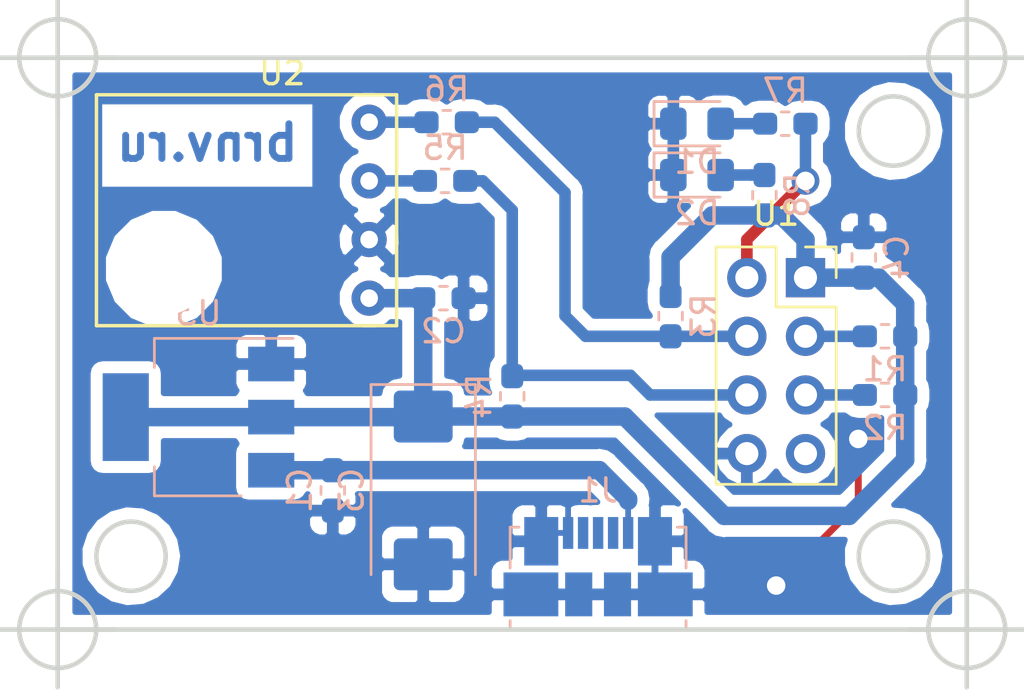
<source format=kicad_pcb>
(kicad_pcb (version 20171130) (host pcbnew "(5.0.1-3-g963ef8bb5)")

  (general
    (thickness 1.6)
    (drawings 13)
    (tracks 62)
    (zones 0)
    (modules 18)
    (nets 17)
  )

  (page A4)
  (layers
    (0 F.Cu signal)
    (31 B.Cu signal)
    (32 B.Adhes user)
    (33 F.Adhes user)
    (34 B.Paste user)
    (35 F.Paste user)
    (36 B.SilkS user)
    (37 F.SilkS user)
    (38 B.Mask user)
    (39 F.Mask user)
    (40 Dwgs.User user)
    (41 Cmts.User user)
    (42 Eco1.User user)
    (43 Eco2.User user)
    (44 Edge.Cuts user)
    (45 Margin user)
    (46 B.CrtYd user)
    (47 F.CrtYd user)
    (48 B.Fab user)
    (49 F.Fab user)
  )

  (setup
    (last_trace_width 0.3)
    (user_trace_width 0.25)
    (trace_clearance 0.3)
    (zone_clearance 0.508)
    (zone_45_only no)
    (trace_min 0.2)
    (segment_width 0.2)
    (edge_width 0.2)
    (via_size 0.8)
    (via_drill 0.4)
    (via_min_size 0.4)
    (via_min_drill 0.3)
    (uvia_size 0.3)
    (uvia_drill 0.1)
    (uvias_allowed no)
    (uvia_min_size 0.2)
    (uvia_min_drill 0.1)
    (pcb_text_width 0.3)
    (pcb_text_size 1.5 1.5)
    (mod_edge_width 0.15)
    (mod_text_size 1 1)
    (mod_text_width 0.15)
    (pad_size 1.475 2.1)
    (pad_drill 0)
    (pad_to_mask_clearance 0.051)
    (solder_mask_min_width 0.25)
    (aux_axis_origin 149.225 102.235)
    (visible_elements FFFFFF7F)
    (pcbplotparams
      (layerselection 0x00000_fffffffe)
      (usegerberextensions false)
      (usegerberattributes false)
      (usegerberadvancedattributes false)
      (creategerberjobfile false)
      (excludeedgelayer false)
      (linewidth 0.100000)
      (plotframeref false)
      (viasonmask true)
      (mode 1)
      (useauxorigin false)
      (hpglpennumber 1)
      (hpglpenspeed 20)
      (hpglpendiameter 15.000000)
      (psnegative true)
      (psa4output false)
      (plotreference true)
      (plotvalue true)
      (plotinvisibletext false)
      (padsonsilk false)
      (subtractmaskfromsilk false)
      (outputformat 4)
      (mirror false)
      (drillshape 1)
      (scaleselection 1)
      (outputdirectory "plot/"))
  )

  (net 0 "")
  (net 1 VCC)
  (net 2 GND)
  (net 3 "Net-(U1-Pad7)")
  (net 4 "Net-(R5-Pad2)")
  (net 5 "Net-(R6-Pad2)")
  (net 6 "Net-(C1-Pad1)")
  (net 7 "Net-(J1-Pad2)")
  (net 8 "Net-(J1-Pad3)")
  (net 9 "Net-(J1-Pad4)")
  (net 10 "Net-(R1-Pad1)")
  (net 11 "Net-(R3-Pad1)")
  (net 12 "Net-(R2-Pad1)")
  (net 13 "Net-(R4-Pad1)")
  (net 14 "Net-(R7-Pad1)")
  (net 15 "Net-(D1-Pad2)")
  (net 16 "Net-(D2-Pad2)")

  (net_class Default "This is the default net class."
    (clearance 0.3)
    (trace_width 0.3)
    (via_dia 0.8)
    (via_drill 0.4)
    (uvia_dia 0.3)
    (uvia_drill 0.1)
    (add_net GND)
  )

  (net_class Signal ""
    (clearance 0.4)
    (trace_width 0.5)
    (via_dia 1.2)
    (via_drill 0.8)
    (uvia_dia 0.3)
    (uvia_drill 0.1)
    (add_net "Net-(D1-Pad2)")
    (add_net "Net-(D2-Pad2)")
    (add_net "Net-(J1-Pad2)")
    (add_net "Net-(J1-Pad3)")
    (add_net "Net-(J1-Pad4)")
    (add_net "Net-(R1-Pad1)")
    (add_net "Net-(R2-Pad1)")
    (add_net "Net-(R3-Pad1)")
    (add_net "Net-(R4-Pad1)")
    (add_net "Net-(R5-Pad2)")
    (add_net "Net-(R6-Pad2)")
    (add_net "Net-(R7-Pad1)")
    (add_net "Net-(U1-Pad7)")
  )

  (net_class VCC ""
    (clearance 0.3)
    (trace_width 0.8)
    (via_dia 0.8)
    (via_drill 0.4)
    (uvia_dia 0.3)
    (uvia_drill 0.1)
    (add_net "Net-(C1-Pad1)")
    (add_net VCC)
  )

  (module Capacitor_SMD:C_0603_1608Metric_Pad1.05x0.95mm_HandSolder (layer B.Cu) (tedit 5B301BBE) (tstamp 5C50D1BF)
    (at 184.13424 86.12 90)
    (descr "Capacitor SMD 0603 (1608 Metric), square (rectangular) end terminal, IPC_7351 nominal with elongated pad for handsoldering. (Body size source: http://www.tortai-tech.com/upload/download/2011102023233369053.pdf), generated with kicad-footprint-generator")
    (tags "capacitor handsolder")
    (path /5C4D3184)
    (attr smd)
    (fp_text reference C4 (at 0 1.43 90) (layer B.SilkS)
      (effects (font (size 1 1) (thickness 0.15)) (justify mirror))
    )
    (fp_text value 0.1u (at 0 -1.43 90) (layer B.Fab)
      (effects (font (size 1 1) (thickness 0.15)) (justify mirror))
    )
    (fp_line (start -0.8 -0.4) (end -0.8 0.4) (layer B.Fab) (width 0.1))
    (fp_line (start -0.8 0.4) (end 0.8 0.4) (layer B.Fab) (width 0.1))
    (fp_line (start 0.8 0.4) (end 0.8 -0.4) (layer B.Fab) (width 0.1))
    (fp_line (start 0.8 -0.4) (end -0.8 -0.4) (layer B.Fab) (width 0.1))
    (fp_line (start -0.171267 0.51) (end 0.171267 0.51) (layer B.SilkS) (width 0.12))
    (fp_line (start -0.171267 -0.51) (end 0.171267 -0.51) (layer B.SilkS) (width 0.12))
    (fp_line (start -1.65 -0.73) (end -1.65 0.73) (layer B.CrtYd) (width 0.05))
    (fp_line (start -1.65 0.73) (end 1.65 0.73) (layer B.CrtYd) (width 0.05))
    (fp_line (start 1.65 0.73) (end 1.65 -0.73) (layer B.CrtYd) (width 0.05))
    (fp_line (start 1.65 -0.73) (end -1.65 -0.73) (layer B.CrtYd) (width 0.05))
    (fp_text user %R (at 0 0 90) (layer B.Fab)
      (effects (font (size 0.4 0.4) (thickness 0.06)) (justify mirror))
    )
    (pad 1 smd roundrect (at -0.875 0 90) (size 1.05 0.95) (layers B.Cu B.Paste B.Mask) (roundrect_rratio 0.25)
      (net 1 VCC))
    (pad 2 smd roundrect (at 0.875 0 90) (size 1.05 0.95) (layers B.Cu B.Paste B.Mask) (roundrect_rratio 0.25)
      (net 2 GND))
    (model ${KISYS3DMOD}/Capacitor_SMD.3dshapes/C_0603_1608Metric.wrl
      (at (xyz 0 0 0))
      (scale (xyz 1 1 1))
      (rotate (xyz 0 0 0))
    )
  )

  (module Capacitor_SMD:C_0603_1608Metric_Pad1.05x0.95mm_HandSolder (layer B.Cu) (tedit 5B301BBE) (tstamp 5C50D04B)
    (at 165.92928 87.884)
    (descr "Capacitor SMD 0603 (1608 Metric), square (rectangular) end terminal, IPC_7351 nominal with elongated pad for handsoldering. (Body size source: http://www.tortai-tech.com/upload/download/2011102023233369053.pdf), generated with kicad-footprint-generator")
    (tags "capacitor handsolder")
    (path /5C4D2A15)
    (attr smd)
    (fp_text reference C2 (at 0 1.43) (layer B.SilkS)
      (effects (font (size 1 1) (thickness 0.15)) (justify mirror))
    )
    (fp_text value 0.1u (at 0 -1.43) (layer B.Fab)
      (effects (font (size 1 1) (thickness 0.15)) (justify mirror))
    )
    (fp_text user %R (at 0 0) (layer B.Fab)
      (effects (font (size 0.4 0.4) (thickness 0.06)) (justify mirror))
    )
    (fp_line (start 1.65 -0.73) (end -1.65 -0.73) (layer B.CrtYd) (width 0.05))
    (fp_line (start 1.65 0.73) (end 1.65 -0.73) (layer B.CrtYd) (width 0.05))
    (fp_line (start -1.65 0.73) (end 1.65 0.73) (layer B.CrtYd) (width 0.05))
    (fp_line (start -1.65 -0.73) (end -1.65 0.73) (layer B.CrtYd) (width 0.05))
    (fp_line (start -0.171267 -0.51) (end 0.171267 -0.51) (layer B.SilkS) (width 0.12))
    (fp_line (start -0.171267 0.51) (end 0.171267 0.51) (layer B.SilkS) (width 0.12))
    (fp_line (start 0.8 -0.4) (end -0.8 -0.4) (layer B.Fab) (width 0.1))
    (fp_line (start 0.8 0.4) (end 0.8 -0.4) (layer B.Fab) (width 0.1))
    (fp_line (start -0.8 0.4) (end 0.8 0.4) (layer B.Fab) (width 0.1))
    (fp_line (start -0.8 -0.4) (end -0.8 0.4) (layer B.Fab) (width 0.1))
    (pad 2 smd roundrect (at 0.875 0) (size 1.05 0.95) (layers B.Cu B.Paste B.Mask) (roundrect_rratio 0.25)
      (net 2 GND))
    (pad 1 smd roundrect (at -0.875 0) (size 1.05 0.95) (layers B.Cu B.Paste B.Mask) (roundrect_rratio 0.25)
      (net 1 VCC))
    (model ${KISYS3DMOD}/Capacitor_SMD.3dshapes/C_0603_1608Metric.wrl
      (at (xyz 0 0 0))
      (scale (xyz 1 1 1))
      (rotate (xyz 0 0 0))
    )
  )

  (module Capacitor_SMD:C_0603_1608Metric_Pad1.05x0.95mm_HandSolder (layer B.Cu) (tedit 5B301BBE) (tstamp 5C513695)
    (at 161.1376 96.21012 270)
    (descr "Capacitor SMD 0603 (1608 Metric), square (rectangular) end terminal, IPC_7351 nominal with elongated pad for handsoldering. (Body size source: http://www.tortai-tech.com/upload/download/2011102023233369053.pdf), generated with kicad-footprint-generator")
    (tags "capacitor handsolder")
    (path /5C4C5150)
    (attr smd)
    (fp_text reference C1 (at 0 1.43 270) (layer B.SilkS)
      (effects (font (size 1 1) (thickness 0.15)) (justify mirror))
    )
    (fp_text value 0.1u (at 0 -1.43 270) (layer B.Fab)
      (effects (font (size 1 1) (thickness 0.15)) (justify mirror))
    )
    (fp_line (start -0.8 -0.4) (end -0.8 0.4) (layer B.Fab) (width 0.1))
    (fp_line (start -0.8 0.4) (end 0.8 0.4) (layer B.Fab) (width 0.1))
    (fp_line (start 0.8 0.4) (end 0.8 -0.4) (layer B.Fab) (width 0.1))
    (fp_line (start 0.8 -0.4) (end -0.8 -0.4) (layer B.Fab) (width 0.1))
    (fp_line (start -0.171267 0.51) (end 0.171267 0.51) (layer B.SilkS) (width 0.12))
    (fp_line (start -0.171267 -0.51) (end 0.171267 -0.51) (layer B.SilkS) (width 0.12))
    (fp_line (start -1.65 -0.73) (end -1.65 0.73) (layer B.CrtYd) (width 0.05))
    (fp_line (start -1.65 0.73) (end 1.65 0.73) (layer B.CrtYd) (width 0.05))
    (fp_line (start 1.65 0.73) (end 1.65 -0.73) (layer B.CrtYd) (width 0.05))
    (fp_line (start 1.65 -0.73) (end -1.65 -0.73) (layer B.CrtYd) (width 0.05))
    (fp_text user %R (at 0 0 270) (layer B.Fab)
      (effects (font (size 0.4 0.4) (thickness 0.06)) (justify mirror))
    )
    (pad 1 smd roundrect (at -0.875 0 270) (size 1.05 0.95) (layers B.Cu B.Paste B.Mask) (roundrect_rratio 0.25)
      (net 6 "Net-(C1-Pad1)"))
    (pad 2 smd roundrect (at 0.875 0 270) (size 1.05 0.95) (layers B.Cu B.Paste B.Mask) (roundrect_rratio 0.25)
      (net 2 GND))
    (model ${KISYS3DMOD}/Capacitor_SMD.3dshapes/C_0603_1608Metric.wrl
      (at (xyz 0 0 0))
      (scale (xyz 1 1 1))
      (rotate (xyz 0 0 0))
    )
  )

  (module LED_SMD:LED_0805_2012Metric_Pad1.15x1.40mm_HandSolder (layer B.Cu) (tedit 5B4B45C9) (tstamp 5C50CF8D)
    (at 176.911 82.55)
    (descr "LED SMD 0805 (2012 Metric), square (rectangular) end terminal, IPC_7351 nominal, (Body size source: https://docs.google.com/spreadsheets/d/1BsfQQcO9C6DZCsRaXUlFlo91Tg2WpOkGARC1WS5S8t0/edit?usp=sharing), generated with kicad-footprint-generator")
    (tags "LED handsolder")
    (path /5C50A1DA)
    (attr smd)
    (fp_text reference D2 (at 0 1.65) (layer B.SilkS)
      (effects (font (size 1 1) (thickness 0.15)) (justify mirror))
    )
    (fp_text value LED (at 0 -1.65) (layer B.Fab)
      (effects (font (size 1 1) (thickness 0.15)) (justify mirror))
    )
    (fp_text user %R (at 0 0) (layer B.Fab)
      (effects (font (size 0.5 0.5) (thickness 0.08)) (justify mirror))
    )
    (fp_line (start 1.85 -0.95) (end -1.85 -0.95) (layer B.CrtYd) (width 0.05))
    (fp_line (start 1.85 0.95) (end 1.85 -0.95) (layer B.CrtYd) (width 0.05))
    (fp_line (start -1.85 0.95) (end 1.85 0.95) (layer B.CrtYd) (width 0.05))
    (fp_line (start -1.85 -0.95) (end -1.85 0.95) (layer B.CrtYd) (width 0.05))
    (fp_line (start -1.86 -0.96) (end 1 -0.96) (layer B.SilkS) (width 0.12))
    (fp_line (start -1.86 0.96) (end -1.86 -0.96) (layer B.SilkS) (width 0.12))
    (fp_line (start 1 0.96) (end -1.86 0.96) (layer B.SilkS) (width 0.12))
    (fp_line (start 1 -0.6) (end 1 0.6) (layer B.Fab) (width 0.1))
    (fp_line (start -1 -0.6) (end 1 -0.6) (layer B.Fab) (width 0.1))
    (fp_line (start -1 0.3) (end -1 -0.6) (layer B.Fab) (width 0.1))
    (fp_line (start -0.7 0.6) (end -1 0.3) (layer B.Fab) (width 0.1))
    (fp_line (start 1 0.6) (end -0.7 0.6) (layer B.Fab) (width 0.1))
    (pad 2 smd roundrect (at 1.025 0) (size 1.15 1.4) (layers B.Cu B.Paste B.Mask) (roundrect_rratio 0.217391)
      (net 16 "Net-(D2-Pad2)"))
    (pad 1 smd roundrect (at -1.025 0) (size 1.15 1.4) (layers B.Cu B.Paste B.Mask) (roundrect_rratio 0.217391)
      (net 2 GND))
    (model ${KISYS3DMOD}/LED_SMD.3dshapes/LED_0805_2012Metric.wrl
      (at (xyz 0 0 0))
      (scale (xyz 1 1 1))
      (rotate (xyz 0 0 0))
    )
  )

  (module LED_SMD:LED_0805_2012Metric_Pad1.15x1.40mm_HandSolder (layer B.Cu) (tedit 5B4B45C9) (tstamp 5C50CF7B)
    (at 176.911 80.3275)
    (descr "LED SMD 0805 (2012 Metric), square (rectangular) end terminal, IPC_7351 nominal, (Body size source: https://docs.google.com/spreadsheets/d/1BsfQQcO9C6DZCsRaXUlFlo91Tg2WpOkGARC1WS5S8t0/edit?usp=sharing), generated with kicad-footprint-generator")
    (tags "LED handsolder")
    (path /5C4CCB7D)
    (attr smd)
    (fp_text reference D1 (at 0 1.65) (layer B.SilkS)
      (effects (font (size 1 1) (thickness 0.15)) (justify mirror))
    )
    (fp_text value LED (at 0 -1.65) (layer B.Fab)
      (effects (font (size 1 1) (thickness 0.15)) (justify mirror))
    )
    (fp_line (start 1 0.6) (end -0.7 0.6) (layer B.Fab) (width 0.1))
    (fp_line (start -0.7 0.6) (end -1 0.3) (layer B.Fab) (width 0.1))
    (fp_line (start -1 0.3) (end -1 -0.6) (layer B.Fab) (width 0.1))
    (fp_line (start -1 -0.6) (end 1 -0.6) (layer B.Fab) (width 0.1))
    (fp_line (start 1 -0.6) (end 1 0.6) (layer B.Fab) (width 0.1))
    (fp_line (start 1 0.96) (end -1.86 0.96) (layer B.SilkS) (width 0.12))
    (fp_line (start -1.86 0.96) (end -1.86 -0.96) (layer B.SilkS) (width 0.12))
    (fp_line (start -1.86 -0.96) (end 1 -0.96) (layer B.SilkS) (width 0.12))
    (fp_line (start -1.85 -0.95) (end -1.85 0.95) (layer B.CrtYd) (width 0.05))
    (fp_line (start -1.85 0.95) (end 1.85 0.95) (layer B.CrtYd) (width 0.05))
    (fp_line (start 1.85 0.95) (end 1.85 -0.95) (layer B.CrtYd) (width 0.05))
    (fp_line (start 1.85 -0.95) (end -1.85 -0.95) (layer B.CrtYd) (width 0.05))
    (fp_text user %R (at 0 0) (layer B.Fab)
      (effects (font (size 0.5 0.5) (thickness 0.08)) (justify mirror))
    )
    (pad 1 smd roundrect (at -1.025 0) (size 1.15 1.4) (layers B.Cu B.Paste B.Mask) (roundrect_rratio 0.217391)
      (net 2 GND))
    (pad 2 smd roundrect (at 1.025 0) (size 1.15 1.4) (layers B.Cu B.Paste B.Mask) (roundrect_rratio 0.217391)
      (net 15 "Net-(D1-Pad2)"))
    (model ${KISYS3DMOD}/LED_SMD.3dshapes/LED_0805_2012Metric.wrl
      (at (xyz 0 0 0))
      (scale (xyz 1 1 1))
      (rotate (xyz 0 0 0))
    )
  )

  (module Resistor_SMD:R_0603_1608Metric_Pad1.05x0.95mm_HandSolder (layer B.Cu) (tedit 5B301BBD) (tstamp 5C50B288)
    (at 179.832 83.425 90)
    (descr "Resistor SMD 0603 (1608 Metric), square (rectangular) end terminal, IPC_7351 nominal with elongated pad for handsoldering. (Body size source: http://www.tortai-tech.com/upload/download/2011102023233369053.pdf), generated with kicad-footprint-generator")
    (tags "resistor handsolder")
    (path /5C50AF16)
    (attr smd)
    (fp_text reference R8 (at 0 1.43 90) (layer B.SilkS)
      (effects (font (size 1 1) (thickness 0.15)) (justify mirror))
    )
    (fp_text value 160 (at 0 -1.43 90) (layer B.Fab)
      (effects (font (size 1 1) (thickness 0.15)) (justify mirror))
    )
    (fp_line (start -0.8 -0.4) (end -0.8 0.4) (layer B.Fab) (width 0.1))
    (fp_line (start -0.8 0.4) (end 0.8 0.4) (layer B.Fab) (width 0.1))
    (fp_line (start 0.8 0.4) (end 0.8 -0.4) (layer B.Fab) (width 0.1))
    (fp_line (start 0.8 -0.4) (end -0.8 -0.4) (layer B.Fab) (width 0.1))
    (fp_line (start -0.171267 0.51) (end 0.171267 0.51) (layer B.SilkS) (width 0.12))
    (fp_line (start -0.171267 -0.51) (end 0.171267 -0.51) (layer B.SilkS) (width 0.12))
    (fp_line (start -1.65 -0.73) (end -1.65 0.73) (layer B.CrtYd) (width 0.05))
    (fp_line (start -1.65 0.73) (end 1.65 0.73) (layer B.CrtYd) (width 0.05))
    (fp_line (start 1.65 0.73) (end 1.65 -0.73) (layer B.CrtYd) (width 0.05))
    (fp_line (start 1.65 -0.73) (end -1.65 -0.73) (layer B.CrtYd) (width 0.05))
    (fp_text user %R (at 0 0 90) (layer B.Fab)
      (effects (font (size 0.4 0.4) (thickness 0.06)) (justify mirror))
    )
    (pad 1 smd roundrect (at -0.875 0 90) (size 1.05 0.95) (layers B.Cu B.Paste B.Mask) (roundrect_rratio 0.25)
      (net 1 VCC))
    (pad 2 smd roundrect (at 0.875 0 90) (size 1.05 0.95) (layers B.Cu B.Paste B.Mask) (roundrect_rratio 0.25)
      (net 16 "Net-(D2-Pad2)"))
    (model ${KISYS3DMOD}/Resistor_SMD.3dshapes/R_0603_1608Metric.wrl
      (at (xyz 0 0 0))
      (scale (xyz 1 1 1))
      (rotate (xyz 0 0 0))
    )
  )

  (module sensors:gy-87 (layer F.Cu) (tedit 5C4F3230) (tstamp 5C4C45E0)
    (at 158.9024 84.074 180)
    (path /5C4C08D5)
    (fp_text reference U2 (at -0.04572 5.93598 180) (layer F.SilkS)
      (effects (font (size 1 1) (thickness 0.15)))
    )
    (fp_text value GY-87 (at 0 -6.34492 180) (layer F.Fab)
      (effects (font (size 1 1) (thickness 0.15)))
    )
    (fp_line (start -5 -5) (end 8 -5) (layer F.SilkS) (width 0.15))
    (fp_line (start 8 -5) (end 8 5) (layer F.SilkS) (width 0.15))
    (fp_line (start -5 -5) (end -5 5) (layer F.SilkS) (width 0.15))
    (fp_line (start -5 5) (end 8 5) (layer F.SilkS) (width 0.15))
    (fp_circle (center 5.08 -2.54) (end 5.08 -0.635) (layer F.SilkS) (width 0.15))
    (pad 1 thru_hole circle (at -3.81 -3.81 180) (size 1.524 1.524) (drill 0.762) (layers *.Cu *.Mask)
      (net 1 VCC))
    (pad 2 thru_hole circle (at -3.81 -1.27 180) (size 1.524 1.524) (drill 0.762) (layers *.Cu *.Mask)
      (net 2 GND))
    (pad 3 thru_hole circle (at -3.81 1.27 180) (size 1.524 1.524) (drill 0.762) (layers *.Cu *.Mask)
      (net 4 "Net-(R5-Pad2)"))
    (pad 4 thru_hole circle (at -3.81 3.81 180) (size 1.524 1.524) (drill 0.762) (layers *.Cu *.Mask)
      (net 5 "Net-(R6-Pad2)"))
    (pad "" np_thru_hole circle (at 5.08 -2.54 180) (size 4 4) (drill 4) (layers *.Cu *.Mask))
  )

  (module Resistor_SMD:R_0603_1608Metric_Pad1.05x0.95mm_HandSolder (layer B.Cu) (tedit 5B301BBD) (tstamp 5C50B258)
    (at 180.735 80.3275 180)
    (descr "Resistor SMD 0603 (1608 Metric), square (rectangular) end terminal, IPC_7351 nominal with elongated pad for handsoldering. (Body size source: http://www.tortai-tech.com/upload/download/2011102023233369053.pdf), generated with kicad-footprint-generator")
    (tags "resistor handsolder")
    (path /5C4CC646)
    (attr smd)
    (fp_text reference R7 (at 0 1.43 180) (layer B.SilkS)
      (effects (font (size 1 1) (thickness 0.15)) (justify mirror))
    )
    (fp_text value 160 (at 0 -1.43 180) (layer B.Fab)
      (effects (font (size 1 1) (thickness 0.15)) (justify mirror))
    )
    (fp_line (start -0.8 -0.4) (end -0.8 0.4) (layer B.Fab) (width 0.1))
    (fp_line (start -0.8 0.4) (end 0.8 0.4) (layer B.Fab) (width 0.1))
    (fp_line (start 0.8 0.4) (end 0.8 -0.4) (layer B.Fab) (width 0.1))
    (fp_line (start 0.8 -0.4) (end -0.8 -0.4) (layer B.Fab) (width 0.1))
    (fp_line (start -0.171267 0.51) (end 0.171267 0.51) (layer B.SilkS) (width 0.12))
    (fp_line (start -0.171267 -0.51) (end 0.171267 -0.51) (layer B.SilkS) (width 0.12))
    (fp_line (start -1.65 -0.73) (end -1.65 0.73) (layer B.CrtYd) (width 0.05))
    (fp_line (start -1.65 0.73) (end 1.65 0.73) (layer B.CrtYd) (width 0.05))
    (fp_line (start 1.65 0.73) (end 1.65 -0.73) (layer B.CrtYd) (width 0.05))
    (fp_line (start 1.65 -0.73) (end -1.65 -0.73) (layer B.CrtYd) (width 0.05))
    (fp_text user %R (at 0 0 180) (layer B.Fab)
      (effects (font (size 0.4 0.4) (thickness 0.06)) (justify mirror))
    )
    (pad 1 smd roundrect (at -0.875 0 180) (size 1.05 0.95) (layers B.Cu B.Paste B.Mask) (roundrect_rratio 0.25)
      (net 14 "Net-(R7-Pad1)"))
    (pad 2 smd roundrect (at 0.875 0 180) (size 1.05 0.95) (layers B.Cu B.Paste B.Mask) (roundrect_rratio 0.25)
      (net 15 "Net-(D1-Pad2)"))
    (model ${KISYS3DMOD}/Resistor_SMD.3dshapes/R_0603_1608Metric.wrl
      (at (xyz 0 0 0))
      (scale (xyz 1 1 1))
      (rotate (xyz 0 0 0))
    )
  )

  (module Resistor_SMD:R_0603_1608Metric_Pad1.05x0.95mm_HandSolder (layer B.Cu) (tedit 5B301BBD) (tstamp 5C4F41D9)
    (at 166.07028 80.264 180)
    (descr "Resistor SMD 0603 (1608 Metric), square (rectangular) end terminal, IPC_7351 nominal with elongated pad for handsoldering. (Body size source: http://www.tortai-tech.com/upload/download/2011102023233369053.pdf), generated with kicad-footprint-generator")
    (tags "resistor handsolder")
    (path /5C4C9D71)
    (attr smd)
    (fp_text reference R6 (at 0 1.43 180) (layer B.SilkS)
      (effects (font (size 1 1) (thickness 0.15)) (justify mirror))
    )
    (fp_text value 330 (at 0 -1.43 180) (layer B.Fab)
      (effects (font (size 1 1) (thickness 0.15)) (justify mirror))
    )
    (fp_text user %R (at 0 0 180) (layer B.Fab)
      (effects (font (size 0.4 0.4) (thickness 0.06)) (justify mirror))
    )
    (fp_line (start 1.65 -0.73) (end -1.65 -0.73) (layer B.CrtYd) (width 0.05))
    (fp_line (start 1.65 0.73) (end 1.65 -0.73) (layer B.CrtYd) (width 0.05))
    (fp_line (start -1.65 0.73) (end 1.65 0.73) (layer B.CrtYd) (width 0.05))
    (fp_line (start -1.65 -0.73) (end -1.65 0.73) (layer B.CrtYd) (width 0.05))
    (fp_line (start -0.171267 -0.51) (end 0.171267 -0.51) (layer B.SilkS) (width 0.12))
    (fp_line (start -0.171267 0.51) (end 0.171267 0.51) (layer B.SilkS) (width 0.12))
    (fp_line (start 0.8 -0.4) (end -0.8 -0.4) (layer B.Fab) (width 0.1))
    (fp_line (start 0.8 0.4) (end 0.8 -0.4) (layer B.Fab) (width 0.1))
    (fp_line (start -0.8 0.4) (end 0.8 0.4) (layer B.Fab) (width 0.1))
    (fp_line (start -0.8 -0.4) (end -0.8 0.4) (layer B.Fab) (width 0.1))
    (pad 2 smd roundrect (at 0.875 0 180) (size 1.05 0.95) (layers B.Cu B.Paste B.Mask) (roundrect_rratio 0.25)
      (net 5 "Net-(R6-Pad2)"))
    (pad 1 smd roundrect (at -0.875 0 180) (size 1.05 0.95) (layers B.Cu B.Paste B.Mask) (roundrect_rratio 0.25)
      (net 11 "Net-(R3-Pad1)"))
    (model ${KISYS3DMOD}/Resistor_SMD.3dshapes/R_0603_1608Metric.wrl
      (at (xyz 0 0 0))
      (scale (xyz 1 1 1))
      (rotate (xyz 0 0 0))
    )
  )

  (module Resistor_SMD:R_0603_1608Metric_Pad1.05x0.95mm_HandSolder (layer B.Cu) (tedit 5B301BBD) (tstamp 5C4F41C9)
    (at 166.0017 82.804 180)
    (descr "Resistor SMD 0603 (1608 Metric), square (rectangular) end terminal, IPC_7351 nominal with elongated pad for handsoldering. (Body size source: http://www.tortai-tech.com/upload/download/2011102023233369053.pdf), generated with kicad-footprint-generator")
    (tags "resistor handsolder")
    (path /5C4C9CB7)
    (attr smd)
    (fp_text reference R5 (at 0 1.43 180) (layer B.SilkS)
      (effects (font (size 1 1) (thickness 0.15)) (justify mirror))
    )
    (fp_text value 330 (at 0 -1.43 180) (layer B.Fab)
      (effects (font (size 1 1) (thickness 0.15)) (justify mirror))
    )
    (fp_line (start -0.8 -0.4) (end -0.8 0.4) (layer B.Fab) (width 0.1))
    (fp_line (start -0.8 0.4) (end 0.8 0.4) (layer B.Fab) (width 0.1))
    (fp_line (start 0.8 0.4) (end 0.8 -0.4) (layer B.Fab) (width 0.1))
    (fp_line (start 0.8 -0.4) (end -0.8 -0.4) (layer B.Fab) (width 0.1))
    (fp_line (start -0.171267 0.51) (end 0.171267 0.51) (layer B.SilkS) (width 0.12))
    (fp_line (start -0.171267 -0.51) (end 0.171267 -0.51) (layer B.SilkS) (width 0.12))
    (fp_line (start -1.65 -0.73) (end -1.65 0.73) (layer B.CrtYd) (width 0.05))
    (fp_line (start -1.65 0.73) (end 1.65 0.73) (layer B.CrtYd) (width 0.05))
    (fp_line (start 1.65 0.73) (end 1.65 -0.73) (layer B.CrtYd) (width 0.05))
    (fp_line (start 1.65 -0.73) (end -1.65 -0.73) (layer B.CrtYd) (width 0.05))
    (fp_text user %R (at 0 0 180) (layer B.Fab)
      (effects (font (size 0.4 0.4) (thickness 0.06)) (justify mirror))
    )
    (pad 1 smd roundrect (at -0.875 0 180) (size 1.05 0.95) (layers B.Cu B.Paste B.Mask) (roundrect_rratio 0.25)
      (net 13 "Net-(R4-Pad1)"))
    (pad 2 smd roundrect (at 0.875 0 180) (size 1.05 0.95) (layers B.Cu B.Paste B.Mask) (roundrect_rratio 0.25)
      (net 4 "Net-(R5-Pad2)"))
    (model ${KISYS3DMOD}/Resistor_SMD.3dshapes/R_0603_1608Metric.wrl
      (at (xyz 0 0 0))
      (scale (xyz 1 1 1))
      (rotate (xyz 0 0 0))
    )
  )

  (module Resistor_SMD:R_0603_1608Metric_Pad1.05x0.95mm_HandSolder (layer B.Cu) (tedit 5B301BBD) (tstamp 5C4F41B9)
    (at 168.91 92.13512 270)
    (descr "Resistor SMD 0603 (1608 Metric), square (rectangular) end terminal, IPC_7351 nominal with elongated pad for handsoldering. (Body size source: http://www.tortai-tech.com/upload/download/2011102023233369053.pdf), generated with kicad-footprint-generator")
    (tags "resistor handsolder")
    (path /5C4CFC5E)
    (attr smd)
    (fp_text reference R4 (at 0 1.43 270) (layer B.SilkS)
      (effects (font (size 1 1) (thickness 0.15)) (justify mirror))
    )
    (fp_text value 10K (at 0 -1.43 270) (layer B.Fab)
      (effects (font (size 1 1) (thickness 0.15)) (justify mirror))
    )
    (fp_text user %R (at 0 0 270) (layer B.Fab)
      (effects (font (size 0.4 0.4) (thickness 0.06)) (justify mirror))
    )
    (fp_line (start 1.65 -0.73) (end -1.65 -0.73) (layer B.CrtYd) (width 0.05))
    (fp_line (start 1.65 0.73) (end 1.65 -0.73) (layer B.CrtYd) (width 0.05))
    (fp_line (start -1.65 0.73) (end 1.65 0.73) (layer B.CrtYd) (width 0.05))
    (fp_line (start -1.65 -0.73) (end -1.65 0.73) (layer B.CrtYd) (width 0.05))
    (fp_line (start -0.171267 -0.51) (end 0.171267 -0.51) (layer B.SilkS) (width 0.12))
    (fp_line (start -0.171267 0.51) (end 0.171267 0.51) (layer B.SilkS) (width 0.12))
    (fp_line (start 0.8 -0.4) (end -0.8 -0.4) (layer B.Fab) (width 0.1))
    (fp_line (start 0.8 0.4) (end 0.8 -0.4) (layer B.Fab) (width 0.1))
    (fp_line (start -0.8 0.4) (end 0.8 0.4) (layer B.Fab) (width 0.1))
    (fp_line (start -0.8 -0.4) (end -0.8 0.4) (layer B.Fab) (width 0.1))
    (pad 2 smd roundrect (at 0.875 0 270) (size 1.05 0.95) (layers B.Cu B.Paste B.Mask) (roundrect_rratio 0.25)
      (net 1 VCC))
    (pad 1 smd roundrect (at -0.875 0 270) (size 1.05 0.95) (layers B.Cu B.Paste B.Mask) (roundrect_rratio 0.25)
      (net 13 "Net-(R4-Pad1)"))
    (model ${KISYS3DMOD}/Resistor_SMD.3dshapes/R_0603_1608Metric.wrl
      (at (xyz 0 0 0))
      (scale (xyz 1 1 1))
      (rotate (xyz 0 0 0))
    )
  )

  (module Resistor_SMD:R_0603_1608Metric_Pad1.05x0.95mm_HandSolder (layer B.Cu) (tedit 5B301BBD) (tstamp 5C4F41A9)
    (at 175.768 88.66 90)
    (descr "Resistor SMD 0603 (1608 Metric), square (rectangular) end terminal, IPC_7351 nominal with elongated pad for handsoldering. (Body size source: http://www.tortai-tech.com/upload/download/2011102023233369053.pdf), generated with kicad-footprint-generator")
    (tags "resistor handsolder")
    (path /5C4CFB34)
    (attr smd)
    (fp_text reference R3 (at 0 1.43 90) (layer B.SilkS)
      (effects (font (size 1 1) (thickness 0.15)) (justify mirror))
    )
    (fp_text value 10K (at 0 -1.43 90) (layer B.Fab)
      (effects (font (size 1 1) (thickness 0.15)) (justify mirror))
    )
    (fp_line (start -0.8 -0.4) (end -0.8 0.4) (layer B.Fab) (width 0.1))
    (fp_line (start -0.8 0.4) (end 0.8 0.4) (layer B.Fab) (width 0.1))
    (fp_line (start 0.8 0.4) (end 0.8 -0.4) (layer B.Fab) (width 0.1))
    (fp_line (start 0.8 -0.4) (end -0.8 -0.4) (layer B.Fab) (width 0.1))
    (fp_line (start -0.171267 0.51) (end 0.171267 0.51) (layer B.SilkS) (width 0.12))
    (fp_line (start -0.171267 -0.51) (end 0.171267 -0.51) (layer B.SilkS) (width 0.12))
    (fp_line (start -1.65 -0.73) (end -1.65 0.73) (layer B.CrtYd) (width 0.05))
    (fp_line (start -1.65 0.73) (end 1.65 0.73) (layer B.CrtYd) (width 0.05))
    (fp_line (start 1.65 0.73) (end 1.65 -0.73) (layer B.CrtYd) (width 0.05))
    (fp_line (start 1.65 -0.73) (end -1.65 -0.73) (layer B.CrtYd) (width 0.05))
    (fp_text user %R (at 0 0 90) (layer B.Fab)
      (effects (font (size 0.4 0.4) (thickness 0.06)) (justify mirror))
    )
    (pad 1 smd roundrect (at -0.875 0 90) (size 1.05 0.95) (layers B.Cu B.Paste B.Mask) (roundrect_rratio 0.25)
      (net 11 "Net-(R3-Pad1)"))
    (pad 2 smd roundrect (at 0.875 0 90) (size 1.05 0.95) (layers B.Cu B.Paste B.Mask) (roundrect_rratio 0.25)
      (net 1 VCC))
    (model ${KISYS3DMOD}/Resistor_SMD.3dshapes/R_0603_1608Metric.wrl
      (at (xyz 0 0 0))
      (scale (xyz 1 1 1))
      (rotate (xyz 0 0 0))
    )
  )

  (module Resistor_SMD:R_0603_1608Metric_Pad1.05x0.95mm_HandSolder (layer B.Cu) (tedit 5B301BBD) (tstamp 5C4F4199)
    (at 185.05424 92.075)
    (descr "Resistor SMD 0603 (1608 Metric), square (rectangular) end terminal, IPC_7351 nominal with elongated pad for handsoldering. (Body size source: http://www.tortai-tech.com/upload/download/2011102023233369053.pdf), generated with kicad-footprint-generator")
    (tags "resistor handsolder")
    (path /5C4C7D71)
    (attr smd)
    (fp_text reference R2 (at 0 1.43) (layer B.SilkS)
      (effects (font (size 1 1) (thickness 0.15)) (justify mirror))
    )
    (fp_text value 10K (at 0 -1.43) (layer B.Fab)
      (effects (font (size 1 1) (thickness 0.15)) (justify mirror))
    )
    (fp_text user %R (at 0 0) (layer B.Fab)
      (effects (font (size 0.4 0.4) (thickness 0.06)) (justify mirror))
    )
    (fp_line (start 1.65 -0.73) (end -1.65 -0.73) (layer B.CrtYd) (width 0.05))
    (fp_line (start 1.65 0.73) (end 1.65 -0.73) (layer B.CrtYd) (width 0.05))
    (fp_line (start -1.65 0.73) (end 1.65 0.73) (layer B.CrtYd) (width 0.05))
    (fp_line (start -1.65 -0.73) (end -1.65 0.73) (layer B.CrtYd) (width 0.05))
    (fp_line (start -0.171267 -0.51) (end 0.171267 -0.51) (layer B.SilkS) (width 0.12))
    (fp_line (start -0.171267 0.51) (end 0.171267 0.51) (layer B.SilkS) (width 0.12))
    (fp_line (start 0.8 -0.4) (end -0.8 -0.4) (layer B.Fab) (width 0.1))
    (fp_line (start 0.8 0.4) (end 0.8 -0.4) (layer B.Fab) (width 0.1))
    (fp_line (start -0.8 0.4) (end 0.8 0.4) (layer B.Fab) (width 0.1))
    (fp_line (start -0.8 -0.4) (end -0.8 0.4) (layer B.Fab) (width 0.1))
    (pad 2 smd roundrect (at 0.875 0) (size 1.05 0.95) (layers B.Cu B.Paste B.Mask) (roundrect_rratio 0.25)
      (net 1 VCC))
    (pad 1 smd roundrect (at -0.875 0) (size 1.05 0.95) (layers B.Cu B.Paste B.Mask) (roundrect_rratio 0.25)
      (net 12 "Net-(R2-Pad1)"))
    (model ${KISYS3DMOD}/Resistor_SMD.3dshapes/R_0603_1608Metric.wrl
      (at (xyz 0 0 0))
      (scale (xyz 1 1 1))
      (rotate (xyz 0 0 0))
    )
  )

  (module Resistor_SMD:R_0603_1608Metric_Pad1.05x0.95mm_HandSolder (layer B.Cu) (tedit 5B301BBD) (tstamp 5C4F4189)
    (at 185.05424 89.535)
    (descr "Resistor SMD 0603 (1608 Metric), square (rectangular) end terminal, IPC_7351 nominal with elongated pad for handsoldering. (Body size source: http://www.tortai-tech.com/upload/download/2011102023233369053.pdf), generated with kicad-footprint-generator")
    (tags "resistor handsolder")
    (path /5C4C8588)
    (attr smd)
    (fp_text reference R1 (at 0 1.43) (layer B.SilkS)
      (effects (font (size 1 1) (thickness 0.15)) (justify mirror))
    )
    (fp_text value 10K (at 0 -1.43) (layer B.Fab)
      (effects (font (size 1 1) (thickness 0.15)) (justify mirror))
    )
    (fp_line (start -0.8 -0.4) (end -0.8 0.4) (layer B.Fab) (width 0.1))
    (fp_line (start -0.8 0.4) (end 0.8 0.4) (layer B.Fab) (width 0.1))
    (fp_line (start 0.8 0.4) (end 0.8 -0.4) (layer B.Fab) (width 0.1))
    (fp_line (start 0.8 -0.4) (end -0.8 -0.4) (layer B.Fab) (width 0.1))
    (fp_line (start -0.171267 0.51) (end 0.171267 0.51) (layer B.SilkS) (width 0.12))
    (fp_line (start -0.171267 -0.51) (end 0.171267 -0.51) (layer B.SilkS) (width 0.12))
    (fp_line (start -1.65 -0.73) (end -1.65 0.73) (layer B.CrtYd) (width 0.05))
    (fp_line (start -1.65 0.73) (end 1.65 0.73) (layer B.CrtYd) (width 0.05))
    (fp_line (start 1.65 0.73) (end 1.65 -0.73) (layer B.CrtYd) (width 0.05))
    (fp_line (start 1.65 -0.73) (end -1.65 -0.73) (layer B.CrtYd) (width 0.05))
    (fp_text user %R (at 0 0) (layer B.Fab)
      (effects (font (size 0.4 0.4) (thickness 0.06)) (justify mirror))
    )
    (pad 1 smd roundrect (at -0.875 0) (size 1.05 0.95) (layers B.Cu B.Paste B.Mask) (roundrect_rratio 0.25)
      (net 10 "Net-(R1-Pad1)"))
    (pad 2 smd roundrect (at 0.875 0) (size 1.05 0.95) (layers B.Cu B.Paste B.Mask) (roundrect_rratio 0.25)
      (net 1 VCC))
    (model ${KISYS3DMOD}/Resistor_SMD.3dshapes/R_0603_1608Metric.wrl
      (at (xyz 0 0 0))
      (scale (xyz 1 1 1))
      (rotate (xyz 0 0 0))
    )
  )

  (module Capacitor_Tantalum_SMD:CP_EIA-7343-31_Kemet-D_Pad2.25x2.55mm_HandSolder (layer B.Cu) (tedit 5B301BBE) (tstamp 5C4F28BD)
    (at 165.05428 96.21012 270)
    (descr "Tantalum Capacitor SMD Kemet-D (7343-31 Metric), IPC_7351 nominal, (Body size from: http://www.kemet.com/Lists/ProductCatalog/Attachments/253/KEM_TC101_STD.pdf), generated with kicad-footprint-generator")
    (tags "capacitor tantalum")
    (path /5C4C5369)
    (attr smd)
    (fp_text reference C3 (at 0 3.1 270) (layer B.SilkS)
      (effects (font (size 1 1) (thickness 0.15)) (justify mirror))
    )
    (fp_text value 100u (at 0 -3.1 270) (layer B.Fab)
      (effects (font (size 1 1) (thickness 0.15)) (justify mirror))
    )
    (fp_line (start 3.65 2.15) (end -2.65 2.15) (layer B.Fab) (width 0.1))
    (fp_line (start -2.65 2.15) (end -3.65 1.15) (layer B.Fab) (width 0.1))
    (fp_line (start -3.65 1.15) (end -3.65 -2.15) (layer B.Fab) (width 0.1))
    (fp_line (start -3.65 -2.15) (end 3.65 -2.15) (layer B.Fab) (width 0.1))
    (fp_line (start 3.65 -2.15) (end 3.65 2.15) (layer B.Fab) (width 0.1))
    (fp_line (start 3.65 2.26) (end -4.585 2.26) (layer B.SilkS) (width 0.12))
    (fp_line (start -4.585 2.26) (end -4.585 -2.26) (layer B.SilkS) (width 0.12))
    (fp_line (start -4.585 -2.26) (end 3.65 -2.26) (layer B.SilkS) (width 0.12))
    (fp_line (start -4.58 -2.4) (end -4.58 2.4) (layer B.CrtYd) (width 0.05))
    (fp_line (start -4.58 2.4) (end 4.58 2.4) (layer B.CrtYd) (width 0.05))
    (fp_line (start 4.58 2.4) (end 4.58 -2.4) (layer B.CrtYd) (width 0.05))
    (fp_line (start 4.58 -2.4) (end -4.58 -2.4) (layer B.CrtYd) (width 0.05))
    (fp_text user %R (at 0 0 180) (layer B.Fab)
      (effects (font (size 1 1) (thickness 0.15)) (justify mirror))
    )
    (pad 1 smd roundrect (at -3.2 0 270) (size 2.25 2.55) (layers B.Cu B.Paste B.Mask) (roundrect_rratio 0.111111)
      (net 1 VCC))
    (pad 2 smd roundrect (at 3.2 0 270) (size 2.25 2.55) (layers B.Cu B.Paste B.Mask) (roundrect_rratio 0.111111)
      (net 2 GND))
    (model ${KISYS3DMOD}/Capacitor_Tantalum_SMD.3dshapes/CP_EIA-7343-31_Kemet-D.wrl
      (at (xyz 0 0 0))
      (scale (xyz 1 1 1))
      (rotate (xyz 0 0 0))
    )
  )

  (module Connector_USB:USB_Micro-B_Molex_47346-0001 (layer B.Cu) (tedit 5C4C23F7) (tstamp 5C4EFC76)
    (at 172.62856 99.51212 180)
    (descr "Micro USB B receptable with flange, bottom-mount, SMD, right-angle (http://www.molex.com/pdm_docs/sd/473460001_sd.pdf)")
    (tags "Micro B USB SMD")
    (path /5C4C503C)
    (attr smd)
    (fp_text reference J1 (at 0 3.3) (layer B.SilkS)
      (effects (font (size 1 1) (thickness 0.15)) (justify mirror))
    )
    (fp_text value USB_B_Micro (at 0 -4.6 180) (layer B.Fab)
      (effects (font (size 1 1) (thickness 0.15)) (justify mirror))
    )
    (fp_text user "PCB Edge" (at 0 -2.67) (layer Dwgs.User)
      (effects (font (size 0.4 0.4) (thickness 0.04)))
    )
    (fp_text user %R (at 0 -1.2 180) (layer B.Fab)
      (effects (font (size 1 1) (thickness 0.15)) (justify mirror))
    )
    (fp_line (start 3.81 1.71) (end 3.43 1.71) (layer B.SilkS) (width 0.12))
    (fp_line (start 4.6 -3.9) (end -4.6 -3.9) (layer B.CrtYd) (width 0.05))
    (fp_line (start 4.6 2.7) (end 4.6 -3.9) (layer B.CrtYd) (width 0.05))
    (fp_line (start -4.6 2.7) (end 4.6 2.7) (layer B.CrtYd) (width 0.05))
    (fp_line (start -4.6 -3.9) (end -4.6 2.7) (layer B.CrtYd) (width 0.05))
    (fp_line (start 3.75 -3.35) (end -3.75 -3.35) (layer B.Fab) (width 0.1))
    (fp_line (start 3.75 1.65) (end 3.75 -3.35) (layer B.Fab) (width 0.1))
    (fp_line (start -3.75 1.65) (end 3.75 1.65) (layer B.Fab) (width 0.1))
    (fp_line (start -3.75 -3.35) (end -3.75 1.65) (layer B.Fab) (width 0.1))
    (fp_line (start 3.81 -2.34) (end 3.81 -2.6) (layer B.SilkS) (width 0.12))
    (fp_line (start 3.81 1.71) (end 3.81 -0.06) (layer B.SilkS) (width 0.12))
    (fp_line (start -3.81 1.71) (end -3.43 1.71) (layer B.SilkS) (width 0.12))
    (fp_line (start -3.81 -0.06) (end -3.81 1.71) (layer B.SilkS) (width 0.12))
    (fp_line (start -3.81 -2.6) (end -3.81 -2.34) (layer B.SilkS) (width 0.12))
    (fp_line (start -3.25 -2.65) (end 3.25 -2.65) (layer B.Fab) (width 0.1))
    (pad 1 smd rect (at -1.3 1.46 180) (size 0.45 1.38) (layers B.Cu B.Paste B.Mask)
      (net 6 "Net-(C1-Pad1)") (clearance 0.2))
    (pad 2 smd rect (at -0.65 1.46 180) (size 0.45 1.38) (layers B.Cu B.Paste B.Mask)
      (net 7 "Net-(J1-Pad2)") (clearance 0.2))
    (pad 3 smd rect (at 0 1.46 180) (size 0.45 1.38) (layers B.Cu B.Paste B.Mask)
      (net 8 "Net-(J1-Pad3)") (clearance 0.2))
    (pad 4 smd rect (at 0.65 1.46 180) (size 0.45 1.38) (layers B.Cu B.Paste B.Mask)
      (net 9 "Net-(J1-Pad4)") (clearance 0.2))
    (pad 5 smd rect (at 1.3 1.46 180) (size 0.45 1.38) (layers B.Cu B.Paste B.Mask)
      (net 2 GND) (clearance 0.2))
    (pad 6 smd rect (at -2.4625 1.1 180) (size 1.475 2.1) (layers B.Cu B.Paste B.Mask)
      (net 2 GND) (clearance 0.2))
    (pad 6 smd rect (at 2.4625 1.1 180) (size 1.475 2.1) (layers B.Cu B.Paste B.Mask)
      (net 2 GND))
    (pad 6 smd rect (at -2.91 -1.2 180) (size 2.375 1.9) (layers B.Cu B.Paste B.Mask)
      (net 2 GND))
    (pad 6 smd rect (at 2.91 -1.2 180) (size 2.375 1.9) (layers B.Cu B.Paste B.Mask)
      (net 2 GND))
    (pad 6 smd rect (at -0.84 -1.2 180) (size 1.175 1.9) (layers B.Cu B.Paste B.Mask)
      (net 2 GND))
    (pad 6 smd rect (at 0.84 -1.2 180) (size 1.175 1.9) (layers B.Cu B.Paste B.Mask)
      (net 2 GND))
    (model ${KISYS3DMOD}/Connector_USB.3dshapes/USB_Micro-B_Molex_47346-0001.wrl
      (at (xyz 0 0 0))
      (scale (xyz 1 1 1))
      (rotate (xyz 0 0 0))
    )
  )

  (module Package_TO_SOT_SMD:SOT-223-3_TabPin2 (layer B.Cu) (tedit 5A02FF57) (tstamp 5C4F2851)
    (at 155.321 93.03512 180)
    (descr "module CMS SOT223 4 pins")
    (tags "CMS SOT")
    (path /5C4C4CC3)
    (attr smd)
    (fp_text reference U3 (at 0 4.5 180) (layer B.SilkS)
      (effects (font (size 1 1) (thickness 0.15)) (justify mirror))
    )
    (fp_text value LM1117-3.3 (at 0 -4.5 180) (layer B.Fab)
      (effects (font (size 1 1) (thickness 0.15)) (justify mirror))
    )
    (fp_text user %R (at 0 0 270) (layer B.Fab)
      (effects (font (size 0.8 0.8) (thickness 0.12)) (justify mirror))
    )
    (fp_line (start 1.91 -3.41) (end 1.91 -2.15) (layer B.SilkS) (width 0.12))
    (fp_line (start 1.91 3.41) (end 1.91 2.15) (layer B.SilkS) (width 0.12))
    (fp_line (start 4.4 3.6) (end -4.4 3.6) (layer B.CrtYd) (width 0.05))
    (fp_line (start 4.4 -3.6) (end 4.4 3.6) (layer B.CrtYd) (width 0.05))
    (fp_line (start -4.4 -3.6) (end 4.4 -3.6) (layer B.CrtYd) (width 0.05))
    (fp_line (start -4.4 3.6) (end -4.4 -3.6) (layer B.CrtYd) (width 0.05))
    (fp_line (start -1.85 2.35) (end -0.85 3.35) (layer B.Fab) (width 0.1))
    (fp_line (start -1.85 2.35) (end -1.85 -3.35) (layer B.Fab) (width 0.1))
    (fp_line (start -1.85 -3.41) (end 1.91 -3.41) (layer B.SilkS) (width 0.12))
    (fp_line (start -0.85 3.35) (end 1.85 3.35) (layer B.Fab) (width 0.1))
    (fp_line (start -4.1 3.41) (end 1.91 3.41) (layer B.SilkS) (width 0.12))
    (fp_line (start -1.85 -3.35) (end 1.85 -3.35) (layer B.Fab) (width 0.1))
    (fp_line (start 1.85 3.35) (end 1.85 -3.35) (layer B.Fab) (width 0.1))
    (pad 2 smd rect (at 3.15 0 180) (size 2 3.8) (layers B.Cu B.Paste B.Mask)
      (net 1 VCC))
    (pad 2 smd rect (at -3.15 0 180) (size 2 1.5) (layers B.Cu B.Paste B.Mask)
      (net 1 VCC))
    (pad 3 smd rect (at -3.15 -2.3 180) (size 2 1.5) (layers B.Cu B.Paste B.Mask)
      (net 6 "Net-(C1-Pad1)"))
    (pad 1 smd rect (at -3.15 2.3 180) (size 2 1.5) (layers B.Cu B.Paste B.Mask)
      (net 2 GND))
    (model ${KISYS3DMOD}/Package_TO_SOT_SMD.3dshapes/SOT-223.wrl
      (at (xyz 0 0 0))
      (scale (xyz 1 1 1))
      (rotate (xyz 0 0 0))
    )
  )

  (module Connector_PinSocket_2.54mm:PinSocket_2x04_P2.54mm_Vertical (layer F.Cu) (tedit 5A19A422) (tstamp 5C4ECE8F)
    (at 181.61 86.995)
    (descr "Through hole straight socket strip, 2x04, 2.54mm pitch, double cols (from Kicad 4.0.7), script generated")
    (tags "Through hole socket strip THT 2x04 2.54mm double row")
    (path /5C4C4887)
    (fp_text reference U1 (at -1.27 -2.77) (layer F.SilkS)
      (effects (font (size 1 1) (thickness 0.15)))
    )
    (fp_text value ESP-01v090 (at -1.27 10.39) (layer F.Fab)
      (effects (font (size 1 1) (thickness 0.15)))
    )
    (fp_line (start -3.81 -1.27) (end 0.27 -1.27) (layer F.Fab) (width 0.1))
    (fp_line (start 0.27 -1.27) (end 1.27 -0.27) (layer F.Fab) (width 0.1))
    (fp_line (start 1.27 -0.27) (end 1.27 8.89) (layer F.Fab) (width 0.1))
    (fp_line (start 1.27 8.89) (end -3.81 8.89) (layer F.Fab) (width 0.1))
    (fp_line (start -3.81 8.89) (end -3.81 -1.27) (layer F.Fab) (width 0.1))
    (fp_line (start -3.87 -1.33) (end -1.27 -1.33) (layer F.SilkS) (width 0.12))
    (fp_line (start -3.87 -1.33) (end -3.87 8.95) (layer F.SilkS) (width 0.12))
    (fp_line (start -3.87 8.95) (end 1.33 8.95) (layer F.SilkS) (width 0.12))
    (fp_line (start 1.33 1.27) (end 1.33 8.95) (layer F.SilkS) (width 0.12))
    (fp_line (start -1.27 1.27) (end 1.33 1.27) (layer F.SilkS) (width 0.12))
    (fp_line (start -1.27 -1.33) (end -1.27 1.27) (layer F.SilkS) (width 0.12))
    (fp_line (start 1.33 -1.33) (end 1.33 0) (layer F.SilkS) (width 0.12))
    (fp_line (start 0 -1.33) (end 1.33 -1.33) (layer F.SilkS) (width 0.12))
    (fp_line (start -4.34 -1.8) (end 1.76 -1.8) (layer F.CrtYd) (width 0.05))
    (fp_line (start 1.76 -1.8) (end 1.76 9.4) (layer F.CrtYd) (width 0.05))
    (fp_line (start 1.76 9.4) (end -4.34 9.4) (layer F.CrtYd) (width 0.05))
    (fp_line (start -4.34 9.4) (end -4.34 -1.8) (layer F.CrtYd) (width 0.05))
    (fp_text user %R (at -1.27 3.81 90) (layer F.Fab)
      (effects (font (size 1 1) (thickness 0.15)))
    )
    (pad 1 thru_hole rect (at 0 0) (size 1.7 1.7) (drill 1) (layers *.Cu *.Mask)
      (net 1 VCC))
    (pad 2 thru_hole oval (at -2.54 0) (size 1.7 1.7) (drill 1) (layers *.Cu *.Mask)
      (net 14 "Net-(R7-Pad1)"))
    (pad 3 thru_hole oval (at 0 2.54) (size 1.7 1.7) (drill 1) (layers *.Cu *.Mask)
      (net 10 "Net-(R1-Pad1)"))
    (pad 4 thru_hole oval (at -2.54 2.54) (size 1.7 1.7) (drill 1) (layers *.Cu *.Mask)
      (net 11 "Net-(R3-Pad1)"))
    (pad 5 thru_hole oval (at 0 5.08) (size 1.7 1.7) (drill 1) (layers *.Cu *.Mask)
      (net 12 "Net-(R2-Pad1)"))
    (pad 6 thru_hole oval (at -2.54 5.08) (size 1.7 1.7) (drill 1) (layers *.Cu *.Mask)
      (net 13 "Net-(R4-Pad1)"))
    (pad 7 thru_hole oval (at 0 7.62) (size 1.7 1.7) (drill 1) (layers *.Cu *.Mask)
      (net 3 "Net-(U1-Pad7)"))
    (pad 8 thru_hole oval (at -2.54 7.62) (size 1.7 1.7) (drill 1) (layers *.Cu *.Mask)
      (net 2 GND))
    (model ${KISYS3DMOD}/Connector_PinSocket_2.54mm.3dshapes/PinSocket_2x04_P2.54mm_Vertical.wrl
      (at (xyz 0 0 0))
      (scale (xyz 1 1 1))
      (rotate (xyz 0 0 0))
    )
  )

  (gr_text brnv.ru (at 155.702 81.153) (layer B.Cu)
    (effects (font (size 1.5 1.5) (thickness 0.3)) (justify mirror))
  )
  (target plus (at 188.595 77.47) (size 5) (width 0.2) (layer Edge.Cuts) (tstamp 5C50523E))
  (target plus (at 149.225 77.47) (size 5) (width 0.2) (layer Edge.Cuts) (tstamp 5C50523D))
  (target plus (at 188.595 102.235) (size 5) (width 0.2) (layer Edge.Cuts) (tstamp 5C50523C))
  (target plus (at 149.225 102.235) (size 5) (width 0.2) (layer Edge.Cuts) (tstamp 5C50523B))
  (gr_circle (center 153.797 86.614) (end 155.297 86.614) (layer Edge.Cuts) (width 0.2) (tstamp 5C4CBBE3))
  (gr_circle (center 185.42 99.06) (end 186.92 99.06) (layer Edge.Cuts) (width 0.2) (tstamp 5C4CB968))
  (gr_circle (center 185.42 80.645) (end 186.92 80.645) (layer Edge.Cuts) (width 0.2) (tstamp 5C4CB965))
  (gr_circle (center 152.4 99.06) (end 153.9 99.06) (layer Edge.Cuts) (width 0.2))
  (gr_line (start 149.225 77.47) (end 149.225 102.235) (layer Edge.Cuts) (width 0.2))
  (gr_line (start 188.595 77.47) (end 149.225 77.47) (layer Edge.Cuts) (width 0.2))
  (gr_line (start 188.595 102.235) (end 188.595 77.47) (layer Edge.Cuts) (width 0.2))
  (gr_line (start 149.225 102.235) (end 188.595 102.235) (layer Edge.Cuts) (width 0.2))

  (segment (start 171.32856 98.05212) (end 171.32856 96.662119) (width 0.25) (layer B.Cu) (net 2) (tstamp 5C513814))
  (segment (start 152.171 93.03512) (end 158.471 93.03512) (width 0.8) (layer B.Cu) (net 1))
  (segment (start 165.02928 93.03512) (end 165.05428 93.01012) (width 0.8) (layer B.Cu) (net 1))
  (segment (start 158.471 93.03512) (end 165.02928 93.03512) (width 0.8) (layer B.Cu) (net 1))
  (segment (start 165.05428 93.01012) (end 165.05428 87.884) (width 0.8) (layer B.Cu) (net 1))
  (segment (start 165.05428 87.884) (end 162.7124 87.884) (width 0.8) (layer B.Cu) (net 1))
  (segment (start 181.61 86.995) (end 184.785 86.995) (width 0.8) (layer B.Cu) (net 1))
  (segment (start 175.09106 100.26462) (end 175.53856 100.71212) (width 0.3) (layer B.Cu) (net 2))
  (segment (start 175.09106 98.41212) (end 175.09106 100.26462) (width 0.3) (layer B.Cu) (net 2))
  (segment (start 170.52606 98.05212) (end 170.16606 98.41212) (width 0.25) (layer B.Cu) (net 2))
  (segment (start 171.32856 98.05212) (end 170.52606 98.05212) (width 0.25) (layer B.Cu) (net 2))
  (via (at 180.34 100.33) (size 1.2) (drill 0.8) (layers F.Cu B.Cu) (net 2))
  (segment (start 164.9767 82.804) (end 162.7124 82.804) (width 0.5) (layer B.Cu) (net 4))
  (segment (start 165.04528 80.264) (end 162.7124 80.264) (width 0.5) (layer B.Cu) (net 5))
  (segment (start 161.1347 95.33512) (end 161.1376 95.33222) (width 0.8) (layer B.Cu) (net 6))
  (segment (start 158.471 95.33512) (end 161.1347 95.33512) (width 0.8) (layer B.Cu) (net 6))
  (segment (start 172.67934 95.33222) (end 173.92856 96.58144) (width 0.8) (layer B.Cu) (net 6))
  (segment (start 161.1376 95.33222) (end 172.67934 95.33222) (width 0.8) (layer B.Cu) (net 6))
  (segment (start 173.92856 96.58144) (end 173.92856 96.662119) (width 0.8) (layer B.Cu) (net 6))
  (segment (start 173.92856 98.05212) (end 173.92856 96.662119) (width 0.25) (layer B.Cu) (net 6))
  (segment (start 179.125692 86.939308) (end 179.07 86.995) (width 0.5) (layer F.Cu) (net 14))
  (segment (start 185.928 88.138) (end 185.556347 87.766347) (width 0.8) (layer B.Cu) (net 1))
  (segment (start 185.556347 87.766347) (end 184.785 86.995) (width 0.8) (layer B.Cu) (net 1))
  (segment (start 173.78212 93.01012) (end 178.084001 97.312001) (width 0.8) (layer B.Cu) (net 1))
  (segment (start 183.504001 97.312001) (end 185.928 94.888002) (width 0.8) (layer B.Cu) (net 1))
  (segment (start 185.928 94.888002) (end 185.928 88.138) (width 0.8) (layer B.Cu) (net 1))
  (segment (start 178.084001 97.312001) (end 183.504001 97.312001) (width 0.8) (layer B.Cu) (net 1))
  (segment (start 165.05428 93.01012) (end 173.78212 93.01012) (width 0.8) (layer B.Cu) (net 1))
  (segment (start 175.768 86.106) (end 175.768 87.785) (width 0.8) (layer B.Cu) (net 1))
  (segment (start 177.574 84.3) (end 175.768 86.106) (width 0.8) (layer B.Cu) (net 1))
  (segment (start 179.832 84.3) (end 177.574 84.3) (width 0.8) (layer B.Cu) (net 1))
  (segment (start 180.566 84.3) (end 179.832 84.3) (width 0.8) (layer B.Cu) (net 1))
  (segment (start 181.61 85.344) (end 180.566 84.3) (width 0.8) (layer B.Cu) (net 1))
  (segment (start 181.61 86.995) (end 181.61 85.344) (width 0.8) (layer B.Cu) (net 1))
  (segment (start 183.896 96.774) (end 183.896 94.828528) (width 0.3) (layer F.Cu) (net 2))
  (via (at 183.896 93.98) (size 1.2) (drill 0.8) (layers F.Cu B.Cu) (net 2))
  (segment (start 180.34 100.33) (end 183.896 96.774) (width 0.3) (layer F.Cu) (net 2))
  (segment (start 183.896 94.828528) (end 183.896 93.98) (width 0.3) (layer F.Cu) (net 2))
  (segment (start 184.17924 89.535) (end 181.61 89.535) (width 0.5) (layer B.Cu) (net 10))
  (segment (start 179.07 89.535) (end 175.768 89.535) (width 0.5) (layer B.Cu) (net 11))
  (segment (start 167.64 80.264) (end 166.94528 80.264) (width 0.5) (layer B.Cu) (net 11))
  (segment (start 168.148 80.264) (end 167.64 80.264) (width 0.5) (layer B.Cu) (net 11))
  (segment (start 171.196 88.646) (end 171.196 83.312) (width 0.5) (layer B.Cu) (net 11))
  (segment (start 175.768 89.535) (end 172.085 89.535) (width 0.5) (layer B.Cu) (net 11))
  (segment (start 171.196 83.312) (end 168.148 80.264) (width 0.5) (layer B.Cu) (net 11))
  (segment (start 172.085 89.535) (end 171.196 88.646) (width 0.5) (layer B.Cu) (net 11))
  (segment (start 184.17924 92.075) (end 181.61 92.075) (width 0.5) (layer B.Cu) (net 12))
  (segment (start 167.64 82.804) (end 166.8767 82.804) (width 0.5) (layer B.Cu) (net 13))
  (segment (start 168.91 84.074) (end 167.64 82.804) (width 0.5) (layer B.Cu) (net 13))
  (segment (start 168.91 91.26012) (end 168.91 84.074) (width 0.5) (layer B.Cu) (net 13))
  (segment (start 168.945119 91.225001) (end 168.91 91.26012) (width 0.5) (layer B.Cu) (net 13))
  (segment (start 174.029001 91.225001) (end 168.945119 91.225001) (width 0.5) (layer B.Cu) (net 13))
  (segment (start 174.879 92.075) (end 174.029001 91.225001) (width 0.5) (layer B.Cu) (net 13))
  (segment (start 179.07 92.075) (end 174.879 92.075) (width 0.5) (layer B.Cu) (net 13))
  (segment (start 179.07 86.995) (end 179.07 85.597984) (width 0.5) (layer F.Cu) (net 14))
  (via (at 181.61 82.804) (size 1.2) (drill 0.8) (layers F.Cu B.Cu) (net 14))
  (segment (start 179.07 85.344) (end 179.07 86.995) (width 0.5) (layer F.Cu) (net 14))
  (segment (start 181.61 82.804) (end 179.07 85.344) (width 0.5) (layer F.Cu) (net 14))
  (segment (start 181.61 80.3275) (end 181.61 82.804) (width 0.5) (layer B.Cu) (net 14))
  (segment (start 179.86 80.3275) (end 177.936 80.3275) (width 0.5) (layer B.Cu) (net 15))
  (segment (start 179.257 82.55) (end 178.275702 82.55) (width 0.5) (layer B.Cu) (net 16))
  (segment (start 179.832 82.55) (end 179.257 82.55) (width 0.5) (layer B.Cu) (net 16))

  (zone (net 2) (net_name GND) (layer B.Cu) (tstamp 5C505251) (hatch edge 0.508)
    (connect_pads (clearance 0.508))
    (min_thickness 0.254)
    (fill yes (arc_segments 16) (thermal_gap 0.508) (thermal_bridge_width 0.508))
    (polygon
      (pts
        (xy 149.86 78.105) (xy 187.96 78.105) (xy 187.96 101.6) (xy 149.86 101.6) (xy 149.86 99.695)
      )
    )
    (filled_polygon
      (pts
        (xy 187.833 101.473) (xy 177.36106 101.473) (xy 177.36106 100.99787) (xy 177.20231 100.83912) (xy 175.66556 100.83912)
        (xy 175.66556 100.85912) (xy 175.41156 100.85912) (xy 175.41156 100.83912) (xy 173.59556 100.83912) (xy 173.59556 100.85912)
        (xy 173.34156 100.85912) (xy 173.34156 100.83912) (xy 171.91556 100.83912) (xy 171.91556 100.85912) (xy 171.66156 100.85912)
        (xy 171.66156 100.83912) (xy 169.84556 100.83912) (xy 169.84556 100.85912) (xy 169.59156 100.85912) (xy 169.59156 100.83912)
        (xy 168.05481 100.83912) (xy 167.89606 100.99787) (xy 167.89606 101.473) (xy 149.987 101.473) (xy 149.987 98.70724)
        (xy 150.172763 98.70724) (xy 150.178578 99.4477) (xy 150.423928 100.146355) (xy 150.882357 100.727868) (xy 151.504432 101.129537)
        (xy 152.223075 101.308049) (xy 152.960796 101.244155) (xy 153.638046 100.944746) (xy 154.1818 100.442105) (xy 154.533422 99.790434)
        (xy 154.549161 99.69587) (xy 163.14428 99.69587) (xy 163.14428 100.661429) (xy 163.240953 100.894818) (xy 163.419581 101.073447)
        (xy 163.65297 101.17012) (xy 164.76853 101.17012) (xy 164.92728 101.01137) (xy 164.92728 99.53712) (xy 165.18128 99.53712)
        (xy 165.18128 101.01137) (xy 165.34003 101.17012) (xy 166.45559 101.17012) (xy 166.688979 101.073447) (xy 166.867607 100.894818)
        (xy 166.96428 100.661429) (xy 166.96428 99.69587) (xy 166.80553 99.53712) (xy 165.18128 99.53712) (xy 164.92728 99.53712)
        (xy 163.30303 99.53712) (xy 163.14428 99.69587) (xy 154.549161 99.69587) (xy 154.655 99.06) (xy 154.654722 99.02458)
        (xy 154.521686 98.296146) (xy 154.159871 97.650078) (xy 153.848142 97.37087) (xy 160.0276 97.37087) (xy 160.0276 97.736429)
        (xy 160.124273 97.969818) (xy 160.302901 98.148447) (xy 160.53629 98.24512) (xy 160.85185 98.24512) (xy 161.0106 98.08637)
        (xy 161.0106 97.21212) (xy 161.2646 97.21212) (xy 161.2646 98.08637) (xy 161.42335 98.24512) (xy 161.73891 98.24512)
        (xy 161.947278 98.158811) (xy 163.14428 98.158811) (xy 163.14428 99.12437) (xy 163.30303 99.28312) (xy 164.92728 99.28312)
        (xy 164.92728 97.80887) (xy 165.18128 97.80887) (xy 165.18128 99.28312) (xy 166.80553 99.28312) (xy 166.96428 99.12437)
        (xy 166.96428 98.158811) (xy 166.867607 97.925422) (xy 166.688979 97.746793) (xy 166.45559 97.65012) (xy 165.34003 97.65012)
        (xy 165.18128 97.80887) (xy 164.92728 97.80887) (xy 164.76853 97.65012) (xy 163.65297 97.65012) (xy 163.419581 97.746793)
        (xy 163.240953 97.925422) (xy 163.14428 98.158811) (xy 161.947278 98.158811) (xy 161.972299 98.148447) (xy 162.150927 97.969818)
        (xy 162.2476 97.736429) (xy 162.2476 97.37087) (xy 162.11254 97.23581) (xy 168.79356 97.23581) (xy 168.79356 98.12637)
        (xy 168.95231 98.28512) (xy 170.03906 98.28512) (xy 170.03906 96.88587) (xy 169.88031 96.72712) (xy 169.302251 96.72712)
        (xy 169.068862 96.823793) (xy 168.890233 97.002421) (xy 168.79356 97.23581) (xy 162.11254 97.23581) (xy 162.08885 97.21212)
        (xy 161.2646 97.21212) (xy 161.0106 97.21212) (xy 160.18635 97.21212) (xy 160.0276 97.37087) (xy 153.848142 97.37087)
        (xy 153.608289 97.156041) (xy 152.926419 96.867306) (xy 152.187786 96.815008) (xy 151.472035 97.004786) (xy 150.856346 97.416176)
        (xy 150.407109 98.004818) (xy 150.172763 98.70724) (xy 149.987 98.70724) (xy 149.987 91.13512) (xy 150.52356 91.13512)
        (xy 150.52356 94.93512) (xy 150.572843 95.182885) (xy 150.713191 95.392929) (xy 150.923235 95.533277) (xy 151.171 95.58256)
        (xy 153.171 95.58256) (xy 153.418765 95.533277) (xy 153.628809 95.392929) (xy 153.769157 95.182885) (xy 153.81844 94.93512)
        (xy 153.81844 94.07012) (xy 156.897723 94.07012) (xy 156.974564 94.18512) (xy 156.872843 94.337355) (xy 156.82356 94.58512)
        (xy 156.82356 96.08512) (xy 156.872843 96.332885) (xy 157.013191 96.542929) (xy 157.223235 96.683277) (xy 157.471 96.73256)
        (xy 159.471 96.73256) (xy 159.718765 96.683277) (xy 159.928809 96.542929) (xy 160.044277 96.37012) (xy 160.053982 96.37012)
        (xy 160.0276 96.433811) (xy 160.0276 96.79937) (xy 160.18635 96.95812) (xy 161.0106 96.95812) (xy 161.0106 96.93812)
        (xy 161.2646 96.93812) (xy 161.2646 96.95812) (xy 162.08885 96.95812) (xy 162.2476 96.79937) (xy 162.2476 96.433811)
        (xy 162.220017 96.36722) (xy 172.25063 96.36722) (xy 172.598089 96.71468) (xy 172.40356 96.71468) (xy 172.30356 96.734571)
        (xy 172.20356 96.71468) (xy 171.75356 96.71468) (xy 171.683486 96.728618) (xy 171.679869 96.72712) (xy 171.59981 96.72712)
        (xy 171.577163 96.749767) (xy 171.505795 96.763963) (xy 171.32454 96.885075) (xy 171.263258 96.823793) (xy 171.076714 96.746524)
        (xy 171.05731 96.72712) (xy 170.45181 96.72712) (xy 170.29306 96.88587) (xy 170.29306 98.28512) (xy 170.31306 98.28512)
        (xy 170.31306 98.53912) (xy 170.29306 98.53912) (xy 170.29306 98.55912) (xy 170.03906 98.55912) (xy 170.03906 98.53912)
        (xy 168.95231 98.53912) (xy 168.79356 98.69787) (xy 168.79356 99.12712) (xy 168.404751 99.12712) (xy 168.171362 99.223793)
        (xy 167.992733 99.402421) (xy 167.89606 99.63581) (xy 167.89606 100.42637) (xy 168.05481 100.58512) (xy 169.59156 100.58512)
        (xy 169.59156 100.56512) (xy 169.84556 100.56512) (xy 169.84556 100.58512) (xy 171.66156 100.58512) (xy 171.66156 100.56512)
        (xy 171.91556 100.56512) (xy 171.91556 100.58512) (xy 173.34156 100.58512) (xy 173.34156 100.56512) (xy 173.59556 100.56512)
        (xy 173.59556 100.58512) (xy 175.41156 100.58512) (xy 175.41156 100.56512) (xy 175.66556 100.56512) (xy 175.66556 100.58512)
        (xy 177.20231 100.58512) (xy 177.36106 100.42637) (xy 177.36106 99.63581) (xy 177.264387 99.402421) (xy 177.085758 99.223793)
        (xy 176.852369 99.12712) (xy 176.46356 99.12712) (xy 176.46356 98.69787) (xy 176.30481 98.53912) (xy 175.21806 98.53912)
        (xy 175.21806 98.55912) (xy 174.96406 98.55912) (xy 174.96406 98.53912) (xy 174.94406 98.53912) (xy 174.94406 98.28512)
        (xy 174.96406 98.28512) (xy 174.96406 96.88587) (xy 174.943432 96.865242) (xy 174.96356 96.764053) (xy 174.96356 96.683374)
        (xy 174.983836 96.58144) (xy 174.903508 96.177603) (xy 174.841713 96.08512) (xy 174.674753 95.835247) (xy 174.588336 95.777505)
        (xy 173.483277 94.672447) (xy 173.425533 94.586027) (xy 173.083177 94.357272) (xy 172.781275 94.29722) (xy 172.781274 94.29722)
        (xy 172.67934 94.276944) (xy 172.577406 94.29722) (xy 166.862527 94.29722) (xy 166.908407 94.228556) (xy 166.944894 94.04512)
        (xy 168.228969 94.04512) (xy 168.333848 94.115198) (xy 168.6725 94.18256) (xy 169.1475 94.18256) (xy 169.486152 94.115198)
        (xy 169.591031 94.04512) (xy 173.35341 94.04512) (xy 176.09236 96.784071) (xy 175.954869 96.72712) (xy 175.37681 96.72712)
        (xy 175.21806 96.88587) (xy 175.21806 98.28512) (xy 176.30481 98.28512) (xy 176.46356 98.12637) (xy 176.46356 97.23581)
        (xy 176.40661 97.098321) (xy 177.280066 97.971777) (xy 177.337808 98.058194) (xy 177.680164 98.286949) (xy 177.982066 98.347001)
        (xy 177.982071 98.347001) (xy 178.084 98.367276) (xy 178.18593 98.347001) (xy 183.312948 98.347001) (xy 183.192763 98.70724)
        (xy 183.198578 99.4477) (xy 183.443928 100.146355) (xy 183.902357 100.727868) (xy 184.524432 101.129537) (xy 185.243075 101.308049)
        (xy 185.980796 101.244155) (xy 186.658046 100.944746) (xy 187.2018 100.442105) (xy 187.553422 99.790434) (xy 187.675 99.06)
        (xy 187.674722 99.02458) (xy 187.541686 98.296146) (xy 187.179871 97.650078) (xy 186.628289 97.156041) (xy 185.946419 96.867306)
        (xy 185.447717 96.831996) (xy 186.587776 95.691937) (xy 186.674193 95.634195) (xy 186.902948 95.291839) (xy 186.963 94.989937)
        (xy 186.963 94.989936) (xy 186.983276 94.888003) (xy 186.963 94.786068) (xy 186.963 92.757887) (xy 187.034318 92.651152)
        (xy 187.10168 92.3125) (xy 187.10168 91.8375) (xy 187.034318 91.498848) (xy 186.963 91.392113) (xy 186.963 90.217887)
        (xy 187.034318 90.111152) (xy 187.10168 89.7725) (xy 187.10168 89.2975) (xy 187.034318 88.958848) (xy 186.963 88.852113)
        (xy 186.963 88.239934) (xy 186.983276 88.138) (xy 186.963 88.036065) (xy 186.902948 87.734163) (xy 186.674193 87.391807)
        (xy 186.587773 87.334063) (xy 186.360283 87.106573) (xy 186.360281 87.10657) (xy 185.588937 86.335227) (xy 185.531193 86.248807)
        (xy 185.192085 86.022222) (xy 185.24424 85.896309) (xy 185.24424 85.53075) (xy 185.08549 85.372) (xy 184.26124 85.372)
        (xy 184.26124 85.392) (xy 184.00724 85.392) (xy 184.00724 85.372) (xy 183.18299 85.372) (xy 183.02424 85.53075)
        (xy 183.02424 85.846475) (xy 182.917809 85.687191) (xy 182.707765 85.546843) (xy 182.645 85.534358) (xy 182.645 85.445934)
        (xy 182.665276 85.344) (xy 182.584948 84.940163) (xy 182.413934 84.684223) (xy 182.356193 84.597807) (xy 182.350033 84.593691)
        (xy 183.02424 84.593691) (xy 183.02424 84.95925) (xy 183.18299 85.118) (xy 184.00724 85.118) (xy 184.00724 84.24375)
        (xy 184.26124 84.24375) (xy 184.26124 85.118) (xy 185.08549 85.118) (xy 185.24424 84.95925) (xy 185.24424 84.593691)
        (xy 185.147567 84.360302) (xy 184.968939 84.181673) (xy 184.73555 84.085) (xy 184.41999 84.085) (xy 184.26124 84.24375)
        (xy 184.00724 84.24375) (xy 183.84849 84.085) (xy 183.53293 84.085) (xy 183.299541 84.181673) (xy 183.120913 84.360302)
        (xy 183.02424 84.593691) (xy 182.350033 84.593691) (xy 182.269776 84.540065) (xy 181.76871 84.039) (xy 181.855657 84.039)
        (xy 182.309571 83.850982) (xy 182.656982 83.503571) (xy 182.845 83.049657) (xy 182.845 82.558343) (xy 182.656982 82.104429)
        (xy 182.495 81.942447) (xy 182.495 81.209621) (xy 182.523247 81.190747) (xy 182.715078 80.903652) (xy 182.78244 80.565)
        (xy 182.78244 80.29224) (xy 183.192763 80.29224) (xy 183.198578 81.0327) (xy 183.443928 81.731355) (xy 183.902357 82.312868)
        (xy 184.524432 82.714537) (xy 185.243075 82.893049) (xy 185.980796 82.829155) (xy 186.658046 82.529746) (xy 187.2018 82.027105)
        (xy 187.553422 81.375434) (xy 187.675 80.645) (xy 187.674722 80.60958) (xy 187.541686 79.881146) (xy 187.179871 79.235078)
        (xy 186.628289 78.741041) (xy 185.946419 78.452306) (xy 185.207786 78.400008) (xy 184.492035 78.589786) (xy 183.876346 79.001176)
        (xy 183.427109 79.589818) (xy 183.192763 80.29224) (xy 182.78244 80.29224) (xy 182.78244 80.09) (xy 182.715078 79.751348)
        (xy 182.523247 79.464253) (xy 182.236152 79.272422) (xy 181.8975 79.20506) (xy 181.3225 79.20506) (xy 180.983848 79.272422)
        (xy 180.735 79.438697) (xy 180.486152 79.272422) (xy 180.1475 79.20506) (xy 179.5725 79.20506) (xy 179.233848 79.272422)
        (xy 179.013625 79.419571) (xy 178.895586 79.242914) (xy 178.604436 79.048373) (xy 178.261001 78.98006) (xy 177.610999 78.98006)
        (xy 177.267564 79.048373) (xy 176.976414 79.242914) (xy 176.975623 79.244097) (xy 176.820698 79.089173) (xy 176.587309 78.9925)
        (xy 176.17175 78.9925) (xy 176.013 79.15125) (xy 176.013 80.2005) (xy 176.033 80.2005) (xy 176.033 80.4545)
        (xy 176.013 80.4545) (xy 176.013 82.423) (xy 176.033 82.423) (xy 176.033 82.677) (xy 176.013 82.677)
        (xy 176.013 83.72625) (xy 176.17175 83.885) (xy 176.525289 83.885) (xy 175.108227 85.302063) (xy 175.021807 85.359807)
        (xy 174.863881 85.596161) (xy 174.793052 85.702164) (xy 174.712724 86.106) (xy 174.733 86.207935) (xy 174.733001 87.128798)
        (xy 174.712922 87.158848) (xy 174.64556 87.4975) (xy 174.64556 88.0725) (xy 174.712922 88.411152) (xy 174.872515 88.65)
        (xy 172.451579 88.65) (xy 172.081 88.279422) (xy 172.081 83.399161) (xy 172.098337 83.312) (xy 172.081 83.224839)
        (xy 172.081 83.224835) (xy 172.029652 82.96669) (xy 171.981957 82.89531) (xy 171.942161 82.83575) (xy 174.676 82.83575)
        (xy 174.676 83.37631) (xy 174.772673 83.609699) (xy 174.951302 83.788327) (xy 175.184691 83.885) (xy 175.60025 83.885)
        (xy 175.759 83.72625) (xy 175.759 82.677) (xy 174.83475 82.677) (xy 174.676 82.83575) (xy 171.942161 82.83575)
        (xy 171.883424 82.747845) (xy 171.883423 82.747844) (xy 171.834049 82.673951) (xy 171.760156 82.624577) (xy 169.748829 80.61325)
        (xy 174.676 80.61325) (xy 174.676 81.15381) (xy 174.772673 81.387199) (xy 174.824224 81.43875) (xy 174.772673 81.490301)
        (xy 174.676 81.72369) (xy 174.676 82.26425) (xy 174.83475 82.423) (xy 175.759 82.423) (xy 175.759 80.4545)
        (xy 174.83475 80.4545) (xy 174.676 80.61325) (xy 169.748829 80.61325) (xy 168.835425 79.699847) (xy 168.786049 79.625951)
        (xy 168.599332 79.50119) (xy 174.676 79.50119) (xy 174.676 80.04175) (xy 174.83475 80.2005) (xy 175.759 80.2005)
        (xy 175.759 79.15125) (xy 175.60025 78.9925) (xy 175.184691 78.9925) (xy 174.951302 79.089173) (xy 174.772673 79.267801)
        (xy 174.676 79.50119) (xy 168.599332 79.50119) (xy 168.49331 79.430348) (xy 168.235165 79.379) (xy 168.235161 79.379)
        (xy 168.148 79.361663) (xy 168.060839 79.379) (xy 167.825971 79.379) (xy 167.571432 79.208922) (xy 167.23278 79.14156)
        (xy 166.65778 79.14156) (xy 166.319128 79.208922) (xy 166.07028 79.375197) (xy 165.821432 79.208922) (xy 165.48278 79.14156)
        (xy 164.90778 79.14156) (xy 164.569128 79.208922) (xy 164.314589 79.379) (xy 163.803057 79.379) (xy 163.503737 79.07968)
        (xy 162.990281 78.867) (xy 162.434519 78.867) (xy 161.921063 79.07968) (xy 161.52808 79.472663) (xy 161.3154 79.986119)
        (xy 161.3154 80.541881) (xy 161.52808 81.055337) (xy 161.921063 81.44832) (xy 162.127913 81.534) (xy 161.921063 81.61968)
        (xy 161.52808 82.012663) (xy 161.3154 82.526119) (xy 161.3154 83.081881) (xy 161.52808 83.595337) (xy 161.921063 83.98832)
        (xy 162.112047 84.067428) (xy 161.981257 84.121603) (xy 161.911792 84.363787) (xy 162.7124 85.164395) (xy 163.513008 84.363787)
        (xy 163.443543 84.121603) (xy 163.303007 84.071465) (xy 163.503737 83.98832) (xy 163.803057 83.689) (xy 164.246009 83.689)
        (xy 164.500548 83.859078) (xy 164.8392 83.92644) (xy 165.4142 83.92644) (xy 165.752852 83.859078) (xy 166.0017 83.692803)
        (xy 166.250548 83.859078) (xy 166.5892 83.92644) (xy 167.1642 83.92644) (xy 167.453347 83.868925) (xy 168.025001 84.44058)
        (xy 168.025 90.379428) (xy 167.854922 90.633968) (xy 167.78756 90.97262) (xy 167.78756 91.54762) (xy 167.854922 91.886272)
        (xy 167.914288 91.97512) (xy 166.944894 91.97512) (xy 166.908407 91.791684) (xy 166.713866 91.500534) (xy 166.422716 91.305993)
        (xy 166.08928 91.239669) (xy 166.08928 88.967618) (xy 166.152971 88.994) (xy 166.51853 88.994) (xy 166.67728 88.83525)
        (xy 166.67728 88.011) (xy 166.93128 88.011) (xy 166.93128 88.83525) (xy 167.09003 88.994) (xy 167.455589 88.994)
        (xy 167.688978 88.897327) (xy 167.867607 88.718699) (xy 167.96428 88.48531) (xy 167.96428 88.16975) (xy 167.80553 88.011)
        (xy 166.93128 88.011) (xy 166.67728 88.011) (xy 166.65728 88.011) (xy 166.65728 87.757) (xy 166.67728 87.757)
        (xy 166.67728 86.93275) (xy 166.93128 86.93275) (xy 166.93128 87.757) (xy 167.80553 87.757) (xy 167.96428 87.59825)
        (xy 167.96428 87.28269) (xy 167.867607 87.049301) (xy 167.688978 86.870673) (xy 167.455589 86.774) (xy 167.09003 86.774)
        (xy 166.93128 86.93275) (xy 166.67728 86.93275) (xy 166.51853 86.774) (xy 166.152971 86.774) (xy 165.919582 86.870673)
        (xy 165.84882 86.941435) (xy 165.680432 86.828922) (xy 165.34178 86.76156) (xy 164.76678 86.76156) (xy 164.428128 86.828922)
        (xy 164.398079 86.849) (xy 163.653057 86.849) (xy 163.503737 86.69968) (xy 163.312753 86.620572) (xy 163.443543 86.566397)
        (xy 163.513008 86.324213) (xy 162.7124 85.523605) (xy 161.911792 86.324213) (xy 161.981257 86.566397) (xy 162.121793 86.616535)
        (xy 161.921063 86.69968) (xy 161.52808 87.092663) (xy 161.3154 87.606119) (xy 161.3154 88.161881) (xy 161.52808 88.675337)
        (xy 161.921063 89.06832) (xy 162.434519 89.281) (xy 162.990281 89.281) (xy 163.503737 89.06832) (xy 163.653057 88.919)
        (xy 164.019281 88.919) (xy 164.01928 91.239669) (xy 163.685844 91.305993) (xy 163.394694 91.500534) (xy 163.200153 91.791684)
        (xy 163.158693 92.00012) (xy 160.044277 92.00012) (xy 159.968073 91.886073) (xy 160.009327 91.844819) (xy 160.106 91.61143)
        (xy 160.106 91.02087) (xy 159.94725 90.86212) (xy 158.598 90.86212) (xy 158.598 90.88212) (xy 158.344 90.88212)
        (xy 158.344 90.86212) (xy 156.99475 90.86212) (xy 156.836 91.02087) (xy 156.836 91.61143) (xy 156.932673 91.844819)
        (xy 156.973927 91.886073) (xy 156.897723 92.00012) (xy 153.81844 92.00012) (xy 153.81844 91.13512) (xy 153.769157 90.887355)
        (xy 153.628809 90.677311) (xy 153.418765 90.536963) (xy 153.171 90.48768) (xy 151.171 90.48768) (xy 150.923235 90.536963)
        (xy 150.713191 90.677311) (xy 150.572843 90.887355) (xy 150.52356 91.13512) (xy 149.987 91.13512) (xy 149.987 89.85881)
        (xy 156.836 89.85881) (xy 156.836 90.44937) (xy 156.99475 90.60812) (xy 158.344 90.60812) (xy 158.344 89.50887)
        (xy 158.598 89.50887) (xy 158.598 90.60812) (xy 159.94725 90.60812) (xy 160.106 90.44937) (xy 160.106 89.85881)
        (xy 160.009327 89.625421) (xy 159.830698 89.446793) (xy 159.597309 89.35012) (xy 158.75675 89.35012) (xy 158.598 89.50887)
        (xy 158.344 89.50887) (xy 158.18525 89.35012) (xy 157.344691 89.35012) (xy 157.111302 89.446793) (xy 156.932673 89.625421)
        (xy 156.836 89.85881) (xy 149.987 89.85881) (xy 149.987 86.089866) (xy 151.1874 86.089866) (xy 151.1874 87.138134)
        (xy 151.588555 88.106608) (xy 152.329792 88.847845) (xy 153.298266 89.249) (xy 154.346534 89.249) (xy 155.315008 88.847845)
        (xy 156.056245 88.106608) (xy 156.4574 87.138134) (xy 156.4574 86.089866) (xy 156.062421 85.136302) (xy 161.303256 85.136302)
        (xy 161.331038 85.691368) (xy 161.490003 86.075143) (xy 161.732187 86.144608) (xy 162.532795 85.344) (xy 162.892005 85.344)
        (xy 163.692613 86.144608) (xy 163.934797 86.075143) (xy 164.121544 85.551698) (xy 164.093762 84.996632) (xy 163.934797 84.612857)
        (xy 163.692613 84.543392) (xy 162.892005 85.344) (xy 162.532795 85.344) (xy 161.732187 84.543392) (xy 161.490003 84.612857)
        (xy 161.303256 85.136302) (xy 156.062421 85.136302) (xy 156.056245 85.121392) (xy 155.315008 84.380155) (xy 154.346534 83.979)
        (xy 153.298266 83.979) (xy 152.329792 84.380155) (xy 151.588555 85.121392) (xy 151.1874 86.089866) (xy 149.987 86.089866)
        (xy 149.987 79.363) (xy 151.024143 79.363) (xy 151.024143 83.183) (xy 160.379857 83.183) (xy 160.379857 79.363)
        (xy 151.024143 79.363) (xy 149.987 79.363) (xy 149.987 78.232) (xy 187.833 78.232)
      )
    )
    (filled_polygon
      (pts
        (xy 177.999375 93.145625) (xy 178.318478 93.358843) (xy 178.188642 93.419817) (xy 177.798355 93.848076) (xy 177.628524 94.25811)
        (xy 177.749845 94.488) (xy 178.943 94.488) (xy 178.943 94.468) (xy 179.197 94.468) (xy 179.197 94.488)
        (xy 179.217 94.488) (xy 179.217 94.742) (xy 179.197 94.742) (xy 179.197 95.935819) (xy 179.426892 96.056486)
        (xy 179.951358 95.810183) (xy 180.338647 95.385214) (xy 180.539375 95.685625) (xy 181.030582 96.013839) (xy 181.463744 96.1)
        (xy 181.756256 96.1) (xy 182.189418 96.013839) (xy 182.680625 95.685625) (xy 183.008839 95.194418) (xy 183.124092 94.615)
        (xy 183.008839 94.035582) (xy 182.680625 93.544375) (xy 182.382239 93.345) (xy 182.680625 93.145625) (xy 182.804656 92.96)
        (xy 183.298549 92.96) (xy 183.553088 93.130078) (xy 183.89174 93.19744) (xy 184.46674 93.19744) (xy 184.805392 93.130078)
        (xy 184.893 93.07154) (xy 184.893 94.459291) (xy 183.075291 96.277001) (xy 178.512712 96.277001) (xy 177.207601 94.97189)
        (xy 177.628524 94.97189) (xy 177.798355 95.381924) (xy 178.188642 95.810183) (xy 178.713108 96.056486) (xy 178.943 95.935819)
        (xy 178.943 94.742) (xy 177.749845 94.742) (xy 177.628524 94.97189) (xy 177.207601 94.97189) (xy 175.19571 92.96)
        (xy 177.875344 92.96)
      )
    )
  )
)

</source>
